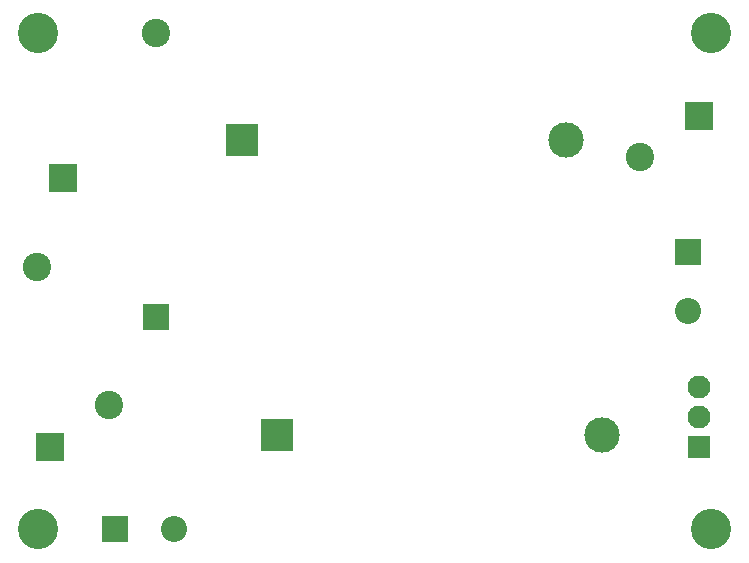
<source format=gts>
G75*
G70*
%OFA0B0*%
%FSLAX24Y24*%
%IPPOS*%
%LPD*%
%AMOC8*
5,1,8,0,0,1.08239X$1,22.5*
%
%ADD10R,0.1064X0.1064*%
%ADD11C,0.1182*%
%ADD12C,0.0867*%
%ADD13R,0.0867X0.0867*%
%ADD14R,0.0769X0.0769*%
%ADD15C,0.0769*%
%ADD16C,0.0946*%
%ADD17R,0.0946X0.0946*%
%ADD18C,0.1340*%
D10*
X032094Y027272D03*
X030913Y037114D03*
D11*
X041740Y037114D03*
X042921Y027272D03*
D12*
X045776Y031406D03*
X028650Y024122D03*
D13*
X026681Y024122D03*
X028059Y031209D03*
X045776Y033374D03*
D14*
X046169Y026878D03*
D15*
X046169Y027878D03*
X046169Y028878D03*
D16*
X044201Y036524D03*
X028059Y040657D03*
X024083Y032882D03*
X026484Y028256D03*
D17*
X024516Y026878D03*
X024949Y035835D03*
X046169Y037902D03*
D18*
X024122Y024122D03*
X024122Y040657D03*
X046563Y040657D03*
X046563Y024122D03*
M02*

</source>
